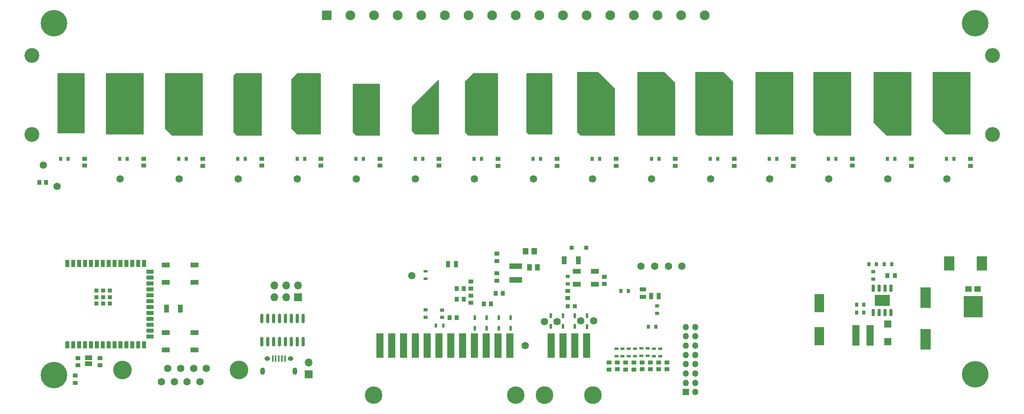
<source format=gbr>
%TF.GenerationSoftware,KiCad,Pcbnew,7.0.5*%
%TF.CreationDate,2024-10-03T13:21:03+03:00*%
%TF.ProjectId,pasive_balance_rev4,70617369-7665-45f6-9261-6c616e63655f,rev?*%
%TF.SameCoordinates,Original*%
%TF.FileFunction,Soldermask,Bot*%
%TF.FilePolarity,Negative*%
%FSLAX46Y46*%
G04 Gerber Fmt 4.6, Leading zero omitted, Abs format (unit mm)*
G04 Created by KiCad (PCBNEW 7.0.5) date 2024-10-03 13:21:03*
%MOMM*%
%LPD*%
G01*
G04 APERTURE LIST*
G04 Aperture macros list*
%AMRoundRect*
0 Rectangle with rounded corners*
0 $1 Rounding radius*
0 $2 $3 $4 $5 $6 $7 $8 $9 X,Y pos of 4 corners*
0 Add a 4 corners polygon primitive as box body*
4,1,4,$2,$3,$4,$5,$6,$7,$8,$9,$2,$3,0*
0 Add four circle primitives for the rounded corners*
1,1,$1+$1,$2,$3*
1,1,$1+$1,$4,$5*
1,1,$1+$1,$6,$7*
1,1,$1+$1,$8,$9*
0 Add four rect primitives between the rounded corners*
20,1,$1+$1,$2,$3,$4,$5,0*
20,1,$1+$1,$4,$5,$6,$7,0*
20,1,$1+$1,$6,$7,$8,$9,0*
20,1,$1+$1,$8,$9,$2,$3,0*%
G04 Aperture macros list end*
%ADD10C,3.200000*%
%ADD11C,1.600000*%
%ADD12C,5.700000*%
%ADD13R,0.800000X0.950000*%
%ADD14R,1.500000X4.500000*%
%ADD15R,1.470000X0.970000*%
%ADD16R,0.900000X0.950000*%
%ADD17R,0.950000X0.800000*%
%ADD18R,0.940000X0.540000*%
%ADD19R,0.850000X1.000000*%
%ADD20R,1.800000X1.100000*%
%ADD21R,1.820000X1.070000*%
%ADD22R,1.000000X0.850000*%
%ADD23R,0.950000X1.000000*%
%ADD24R,1.000000X0.950000*%
%ADD25R,0.500000X1.100000*%
%ADD26R,1.500000X1.000000*%
%ADD27R,1.450000X1.150000*%
%ADD28R,4.150000X4.650000*%
%ADD29R,1.350000X1.350000*%
%ADD30O,1.350000X1.350000*%
%ADD31C,3.810000*%
%ADD32R,1.650000X5.330000*%
%ADD33R,1.700000X1.700000*%
%ADD34O,1.700000X1.700000*%
%ADD35R,1.150000X1.450000*%
%ADD36R,2.700000X1.150000*%
%ADD37R,1.100000X1.750000*%
%ADD38R,0.970000X1.470000*%
%ADD39C,4.000000*%
%ADD40R,1.630000X1.530000*%
%ADD41R,2.200000X3.150000*%
%ADD42R,0.540000X0.940000*%
%ADD43R,0.900000X1.500000*%
%ADD44R,1.500000X0.900000*%
%ADD45R,0.900000X0.900000*%
%ADD46RoundRect,0.150000X0.150000X-0.650000X0.150000X0.650000X-0.150000X0.650000X-0.150000X-0.650000X0*%
%ADD47R,3.200000X2.400000*%
%ADD48R,2.100000X2.100000*%
%ADD49C,2.100000*%
%ADD50R,2.200000X4.400000*%
%ADD51R,1.050000X1.800000*%
%ADD52C,3.760000*%
%ADD53R,2.000000X4.000000*%
%ADD54R,0.400000X1.350000*%
%ADD55O,1.000000X1.550000*%
%ADD56O,1.250000X0.950000*%
%ADD57R,1.020000X1.470000*%
%ADD58RoundRect,0.150000X-0.150000X0.825000X-0.150000X-0.825000X0.150000X-0.825000X0.150000X0.825000X0*%
G04 APERTURE END LIST*
D10*
%TO.C,REF\u002A\u002A*%
X37414200Y-66000000D03*
%TD*%
D11*
%TO.C,VREF1*%
X171361007Y-111374393D03*
%TD*%
%TO.C,CHP1*%
X119164007Y-113457193D03*
%TD*%
D10*
%TO.C,REF\u002A\u002A*%
X244000000Y-66000000D03*
%TD*%
D11*
%TO.C,BAT2*%
X56372607Y-92578393D03*
%TD*%
%TO.C,BAT6*%
X107172607Y-92578393D03*
%TD*%
%TO.C,VP1*%
X177253807Y-111374393D03*
%TD*%
%TO.C,BAT7*%
X119872607Y-92578393D03*
%TD*%
D12*
%TO.C,REF\u002A\u002A*%
X42169993Y-134862393D03*
%TD*%
D11*
%TO.C,BAT3*%
X69072607Y-92578393D03*
%TD*%
%TO.C,BAT13*%
X196072607Y-92578393D03*
%TD*%
%TO.C,BAT10*%
X157972607Y-92578393D03*
%TD*%
%TO.C,BAT4*%
X81772607Y-92578393D03*
%TD*%
%TO.C,V5VA0*%
X143500600Y-128504000D03*
%TD*%
%TO.C,BAT14*%
X208772607Y-92578393D03*
%TD*%
%TO.C,BAT11*%
X170672607Y-92578393D03*
%TD*%
D12*
%TO.C,REF\u002A\u002A*%
X240289993Y-134716607D03*
%TD*%
D11*
%TO.C,COMMH+1*%
X150358600Y-123297000D03*
%TD*%
D10*
%TO.C,REF\u002A\u002A*%
X244000000Y-83000000D03*
%TD*%
D11*
%TO.C,BAT1*%
X39852600Y-89611200D03*
%TD*%
%TO.C,FAULTH+1*%
X158232600Y-123170000D03*
%TD*%
D12*
%TO.C,REF\u002A\u002A*%
X42169993Y-59050393D03*
%TD*%
D11*
%TO.C,BAT8*%
X132572607Y-92578393D03*
%TD*%
%TO.C,BAT15*%
X221472607Y-92578393D03*
%TD*%
D10*
%TO.C,REF\u002A\u002A*%
X37414200Y-83000000D03*
%TD*%
D12*
%TO.C,REF\u002A\u002A*%
X240289993Y-59050393D03*
%TD*%
D11*
%TO.C,VDIG1*%
X174332807Y-111374393D03*
%TD*%
%TO.C,BAT16*%
X234172607Y-92578393D03*
%TD*%
%TO.C,COMMH-1*%
X147691600Y-123297000D03*
%TD*%
%TO.C,BAT9*%
X145272607Y-92578393D03*
%TD*%
%TO.C,BAT5*%
X94472607Y-92578393D03*
%TD*%
%TO.C,BAT0*%
X42849800Y-94183200D03*
%TD*%
%TO.C,BAT12*%
X183372607Y-92578393D03*
%TD*%
%TO.C,OUT1*%
X168407993Y-111374393D03*
%TD*%
D13*
%TO.C,R21*%
X184896607Y-88260393D03*
X183296607Y-88260393D03*
%TD*%
D14*
%TO.C,L1*%
X217654000Y-126263400D03*
X214654000Y-126263400D03*
%TD*%
D15*
%TO.C,C49*%
X168795607Y-118020993D03*
X168795607Y-116360993D03*
%TD*%
D16*
%TO.C,LED2*%
X154171993Y-120010393D03*
X152671993Y-120010393D03*
%TD*%
D17*
%TO.C,R103*%
X218363800Y-114185600D03*
X218363800Y-112585600D03*
%TD*%
D13*
%TO.C,R12*%
X210334607Y-88260393D03*
X208734607Y-88260393D03*
%TD*%
D18*
%TO.C,C12*%
X171180394Y-130741607D03*
X171180394Y-129141607D03*
%TD*%
%TO.C,C54*%
X122085007Y-112466794D03*
X122085007Y-114066794D03*
%TD*%
D19*
%TO.C,R35*%
X136144607Y-119553193D03*
X134644607Y-119553193D03*
%TD*%
D13*
%TO.C,R30*%
X235734607Y-88260393D03*
X234134607Y-88260393D03*
%TD*%
D20*
%TO.C,S2*%
X72416600Y-111180000D03*
X66216600Y-111180000D03*
X72416600Y-114880000D03*
X66216600Y-114880000D03*
%TD*%
D13*
%TO.C,R58*%
X146796607Y-88260393D03*
X145196607Y-88260393D03*
%TD*%
%TO.C,R5*%
X164109407Y-116759193D03*
X165709407Y-116759193D03*
%TD*%
D11*
%TO.C,FAULTH-1*%
X155438600Y-123170000D03*
%TD*%
D21*
%TO.C,C10*%
X158501993Y-115294393D03*
X158501993Y-112534393D03*
%TD*%
D13*
%TO.C,R102*%
X219036800Y-110998000D03*
X217436800Y-110998000D03*
%TD*%
D22*
%TO.C,R11*%
X213852607Y-89760393D03*
X213852607Y-88260393D03*
%TD*%
D23*
%TO.C,C9*%
X138727993Y-117216393D03*
X137127993Y-117216393D03*
%TD*%
D24*
%TO.C,C53*%
X137452007Y-112898594D03*
X137452007Y-114498594D03*
%TD*%
D22*
%TO.C,R106*%
X52044600Y-131228400D03*
X52044600Y-132728400D03*
%TD*%
D19*
%TO.C,R1*%
X128802607Y-116251193D03*
X130302607Y-116251193D03*
%TD*%
D17*
%TO.C,R39*%
X171919807Y-121546993D03*
X171919807Y-119946993D03*
%TD*%
D25*
%TO.C,D11*%
X135184793Y-124774193D03*
X135184793Y-122474193D03*
%TD*%
D26*
%TO.C,JP1*%
X49580800Y-131125200D03*
X49580800Y-132425200D03*
%TD*%
D13*
%TO.C,R24*%
X172272606Y-88260393D03*
X170672606Y-88260393D03*
%TD*%
D18*
%TO.C,C15*%
X168489594Y-130728807D03*
X168489594Y-129128807D03*
%TD*%
D27*
%TO.C,D19*%
X240837200Y-116325200D03*
X238867200Y-116325200D03*
D28*
X239852200Y-120075200D03*
%TD*%
D13*
%TO.C,R15*%
X223034607Y-88260393D03*
X221434607Y-88260393D03*
%TD*%
D22*
%TO.C,R33*%
X131838607Y-116239193D03*
X131838607Y-114739193D03*
%TD*%
%TO.C,R87*%
X172223394Y-132108607D03*
X172223394Y-133608607D03*
%TD*%
D13*
%TO.C,R101*%
X222351600Y-110998000D03*
X220751600Y-110998000D03*
%TD*%
D22*
%TO.C,R66*%
X112252607Y-89760393D03*
X112252607Y-88260393D03*
%TD*%
D29*
%TO.C,J1*%
X178076600Y-138504000D03*
D30*
X180076600Y-138504000D03*
X178076600Y-136504000D03*
X180076600Y-136504000D03*
X178076600Y-134504000D03*
X180076600Y-134504000D03*
X178076600Y-132504000D03*
X180076600Y-132504000D03*
X178076600Y-130504000D03*
X180076600Y-130504000D03*
X178076600Y-128504000D03*
X180076600Y-128504000D03*
X178076600Y-126504000D03*
X180076600Y-126504000D03*
X178076600Y-124504000D03*
X180076600Y-124504000D03*
%TD*%
D19*
%TO.C,R51*%
X128778607Y-122448793D03*
X127278607Y-122448793D03*
%TD*%
D24*
%TO.C,C52*%
X137452007Y-108720193D03*
X137452007Y-110320193D03*
%TD*%
D22*
%TO.C,R85*%
X174001394Y-132108607D03*
X174001394Y-133608607D03*
%TD*%
%TO.C,R98*%
X161555394Y-132136407D03*
X161555394Y-133636407D03*
%TD*%
%TO.C,R97*%
X165111393Y-132124408D03*
X165111393Y-133624408D03*
%TD*%
D31*
%TO.C,J6*%
X158088893Y-139201393D03*
X147668893Y-139201393D03*
D32*
X149068893Y-128512393D03*
X151608893Y-128512393D03*
X154148893Y-128512393D03*
X156688893Y-128512393D03*
%TD*%
D18*
%TO.C,C13*%
X169835794Y-130728807D03*
X169835794Y-129128807D03*
%TD*%
D22*
%TO.C,R91*%
X168667394Y-132112407D03*
X168667394Y-133612407D03*
%TD*%
D33*
%TO.C,J3*%
X94640400Y-118084600D03*
D34*
X94640400Y-115544600D03*
X92100400Y-118084600D03*
X92100400Y-115544600D03*
X89560400Y-118084600D03*
X89560400Y-115544600D03*
%TD*%
D25*
%TO.C,D2*%
X140417193Y-124755793D03*
X140417193Y-122455793D03*
%TD*%
D35*
%TO.C,C4*%
X143638607Y-108192393D03*
X145438607Y-108192393D03*
%TD*%
D22*
%TO.C,R17*%
X201152607Y-89784393D03*
X201152607Y-88284393D03*
%TD*%
D25*
%TO.C,D13*%
X149053193Y-124374793D03*
X149053193Y-122074793D03*
%TD*%
D22*
%TO.C,R107*%
X47345600Y-131228400D03*
X47345600Y-132728400D03*
%TD*%
%TO.C,R75*%
X74152607Y-89772393D03*
X74152607Y-88272393D03*
%TD*%
%TO.C,R63*%
X124952607Y-89760393D03*
X124952607Y-88260393D03*
%TD*%
D25*
%TO.C,D16*%
X156800193Y-124393193D03*
X156800193Y-122093193D03*
%TD*%
D21*
%TO.C,C14*%
X154571607Y-115294393D03*
X154571607Y-112534393D03*
%TD*%
D22*
%TO.C,R23*%
X175752607Y-89784393D03*
X175752607Y-88284393D03*
%TD*%
D25*
%TO.C,D12*%
X132670193Y-124762793D03*
X132670193Y-122462793D03*
%TD*%
D36*
%TO.C,C7*%
X141462607Y-114398393D03*
X141462607Y-111398393D03*
%TD*%
D25*
%TO.C,D15*%
X154158593Y-124367793D03*
X154158593Y-122067793D03*
%TD*%
D24*
%TO.C,C30*%
X46761400Y-136512200D03*
X46761400Y-134912200D03*
%TD*%
D25*
%TO.C,D14*%
X151618593Y-124374793D03*
X151618593Y-122074793D03*
%TD*%
D22*
%TO.C,R4*%
X160533993Y-113684393D03*
X160533993Y-115184393D03*
%TD*%
D37*
%TO.C,LED4*%
X69343400Y-120573800D03*
X66343400Y-120573800D03*
%TD*%
D38*
%TO.C,C51*%
X126952806Y-110942593D03*
X128612806Y-110942593D03*
%TD*%
D22*
%TO.C,R72*%
X86852607Y-89760393D03*
X86852607Y-88260393D03*
%TD*%
%TO.C,R69*%
X99552607Y-89760393D03*
X99552607Y-88260393D03*
%TD*%
D39*
%TO.C,J2*%
X81928800Y-133731000D03*
X56928800Y-133731000D03*
D11*
X66658800Y-133431000D03*
X69428800Y-133431000D03*
X72198800Y-133431000D03*
X74968800Y-133431000D03*
X65273800Y-136271000D03*
X68043800Y-136271000D03*
X70813800Y-136271000D03*
X73583800Y-136271000D03*
%TD*%
D13*
%TO.C,R76*%
X70634607Y-88260393D03*
X69034607Y-88260393D03*
%TD*%
D22*
%TO.C,R32*%
X131838607Y-117787193D03*
X131838607Y-119287193D03*
%TD*%
D40*
%TO.C,D17*%
X221462600Y-123880800D03*
X221462600Y-127680800D03*
%TD*%
D13*
%TO.C,R61*%
X134134607Y-88260393D03*
X132534607Y-88260393D03*
%TD*%
%TO.C,R79*%
X57896607Y-88260393D03*
X56296607Y-88260393D03*
%TD*%
D41*
%TO.C,D18*%
X241726600Y-110769400D03*
X234726600Y-110769400D03*
%TD*%
D13*
%TO.C,R104*%
X214769800Y-121386600D03*
X216369800Y-121386600D03*
%TD*%
D17*
%TO.C,R8*%
X152659993Y-115222393D03*
X152659993Y-113622393D03*
%TD*%
%TO.C,R52*%
X125615607Y-122435993D03*
X125615607Y-120835993D03*
%TD*%
D42*
%TO.C,C47*%
X125882207Y-124150593D03*
X124282207Y-124150593D03*
%TD*%
D18*
%TO.C,C21*%
X165797194Y-130766807D03*
X165797194Y-129166807D03*
%TD*%
D19*
%TO.C,R83*%
X40501000Y-93345000D03*
X39001000Y-93345000D03*
%TD*%
D13*
%TO.C,R82*%
X45196607Y-88260393D03*
X43596607Y-88260393D03*
%TD*%
%TO.C,R18*%
X197596608Y-88260393D03*
X195996608Y-88260393D03*
%TD*%
D18*
%TO.C,C8*%
X172551994Y-130754207D03*
X172551994Y-129154207D03*
%TD*%
D13*
%TO.C,R73*%
X83296607Y-88260393D03*
X81696607Y-88260393D03*
%TD*%
D43*
%TO.C,IC6*%
X45034200Y-110794800D03*
X46304200Y-110794800D03*
X47574200Y-110794800D03*
X48844200Y-110794800D03*
X50114200Y-110794800D03*
X51384200Y-110794800D03*
X52654200Y-110794800D03*
X53924200Y-110794800D03*
X55194200Y-110794800D03*
X56464200Y-110794800D03*
X57734200Y-110794800D03*
X59004200Y-110794800D03*
X60274200Y-110794800D03*
X61544200Y-110794800D03*
D44*
X62794200Y-112559800D03*
X62794200Y-113829800D03*
X62794200Y-115099800D03*
X62794200Y-116369800D03*
X62794200Y-117639800D03*
X62794200Y-118909800D03*
X62794200Y-120179800D03*
X62794200Y-121449800D03*
X62794200Y-122719800D03*
X62794200Y-123989800D03*
X62794200Y-125259800D03*
X62794200Y-126529800D03*
D43*
X61544200Y-128294800D03*
X60274200Y-128294800D03*
X59004200Y-128294800D03*
X57734200Y-128294800D03*
X56464200Y-128294800D03*
X55194200Y-128294800D03*
X53924200Y-128294800D03*
X52654200Y-128294800D03*
X51384200Y-128294800D03*
X50114200Y-128294800D03*
X48844200Y-128294800D03*
X47574200Y-128294800D03*
X46304200Y-128294800D03*
X45034200Y-128294800D03*
D45*
X52754200Y-118044800D03*
X51354200Y-118044800D03*
X51354200Y-116644800D03*
X52754200Y-116644800D03*
X54154200Y-116644800D03*
X54154200Y-118044800D03*
X54154200Y-119444800D03*
X52754200Y-119444800D03*
X51354200Y-119444800D03*
%TD*%
D22*
%TO.C,R60*%
X137652607Y-89772393D03*
X137652607Y-88272393D03*
%TD*%
%TO.C,R31*%
X163052607Y-89772393D03*
X163052607Y-88272393D03*
%TD*%
%TO.C,R81*%
X48752607Y-89760393D03*
X48752607Y-88260393D03*
%TD*%
D46*
%TO.C,U4*%
X222170000Y-121405200D03*
X220900000Y-121405200D03*
X219630000Y-121405200D03*
X218360000Y-121405200D03*
X218360000Y-116105200D03*
X219630000Y-116105200D03*
X220900000Y-116105200D03*
X222170000Y-116105200D03*
D47*
X220265000Y-118755200D03*
%TD*%
D38*
%TO.C,C20*%
X172241807Y-117800593D03*
X170581807Y-117800593D03*
%TD*%
D48*
%TO.C,J8*%
X100822607Y-57404000D03*
D49*
X105902607Y-57404000D03*
X110982607Y-57404000D03*
X116062607Y-57404000D03*
X121142607Y-57404000D03*
X126222607Y-57404000D03*
X131302607Y-57404000D03*
X136382607Y-57404000D03*
X141462607Y-57404000D03*
X146542607Y-57404000D03*
X151622607Y-57404000D03*
X156702607Y-57404000D03*
X161782607Y-57404000D03*
X166862607Y-57404000D03*
X171942607Y-57404000D03*
X177022607Y-57404000D03*
X182102607Y-57404000D03*
%TD*%
D22*
%TO.C,R89*%
X170445395Y-132108607D03*
X170445395Y-133608607D03*
%TD*%
D18*
%TO.C,C22*%
X163130193Y-130754207D03*
X163130193Y-129154207D03*
%TD*%
D50*
%TO.C,C23*%
X229616000Y-118201600D03*
X229616000Y-127101600D03*
%TD*%
D22*
%TO.C,R14*%
X226552607Y-89784393D03*
X226552607Y-88284393D03*
%TD*%
D51*
%TO.C,R2*%
X154921993Y-110104393D03*
X151921993Y-110104393D03*
%TD*%
D22*
%TO.C,R93*%
X166889393Y-132124408D03*
X166889393Y-133624408D03*
%TD*%
D17*
%TO.C,R38*%
X122110407Y-120759793D03*
X122110407Y-122359793D03*
%TD*%
D13*
%TO.C,R55*%
X159496607Y-88260393D03*
X157896607Y-88260393D03*
%TD*%
%TO.C,R64*%
X121472607Y-88260393D03*
X119872607Y-88260393D03*
%TD*%
D22*
%TO.C,R26*%
X239252607Y-89772393D03*
X239252607Y-88272393D03*
%TD*%
D13*
%TO.C,R67*%
X108734607Y-88260393D03*
X107134607Y-88260393D03*
%TD*%
D52*
%TO.C,J5*%
X110930793Y-139147193D03*
X141509393Y-139175993D03*
D32*
X140239393Y-128507993D03*
X137699393Y-128507993D03*
X135159393Y-128507993D03*
X132619393Y-128507993D03*
X130079393Y-128507993D03*
X127539393Y-128507993D03*
X124999393Y-128507993D03*
X122459393Y-128507993D03*
X119919393Y-128507993D03*
X117379393Y-128507993D03*
X114839393Y-128507993D03*
X112299393Y-128507993D03*
%TD*%
D20*
%TO.C,S3*%
X66217800Y-129430000D03*
X72417800Y-129430000D03*
X66217800Y-125730000D03*
X72417800Y-125730000D03*
%TD*%
D53*
%TO.C,C27*%
X206756000Y-126460600D03*
X206756000Y-119360600D03*
%TD*%
D22*
%TO.C,R78*%
X61452607Y-89760393D03*
X61452607Y-88260393D03*
%TD*%
%TO.C,R94*%
X163333394Y-132112407D03*
X163333394Y-133612407D03*
%TD*%
D23*
%TO.C,C26*%
X221412000Y-113436400D03*
X223012000Y-113436400D03*
%TD*%
D19*
%TO.C,R6*%
X128802607Y-118527193D03*
X130302607Y-118527193D03*
%TD*%
D16*
%TO.C,D4*%
X156647993Y-107437393D03*
X153497993Y-107437393D03*
%TD*%
D13*
%TO.C,R40*%
X171627607Y-124455393D03*
X170027607Y-124455393D03*
%TD*%
D54*
%TO.C,J9*%
X91825600Y-131279800D03*
X91175600Y-131279800D03*
X90525600Y-131279800D03*
X89875600Y-131279800D03*
X89225600Y-131279800D03*
D55*
X94025600Y-133979800D03*
D56*
X93025600Y-131279800D03*
X88025600Y-131279800D03*
D55*
X87025600Y-133979800D03*
%TD*%
D57*
%TO.C,C5*%
X146103993Y-111628393D03*
X144483993Y-111628393D03*
%TD*%
D22*
%TO.C,R20*%
X188452607Y-89784393D03*
X188452607Y-88284393D03*
%TD*%
D25*
%TO.C,D10*%
X137800993Y-124755793D03*
X137800993Y-122455793D03*
%TD*%
D18*
%TO.C,C18*%
X167143393Y-130754207D03*
X167143393Y-129154207D03*
%TD*%
D13*
%TO.C,R105*%
X216369800Y-119710200D03*
X214769800Y-119710200D03*
%TD*%
D18*
%TO.C,C19*%
X164450994Y-130754207D03*
X164450994Y-129154207D03*
%TD*%
D13*
%TO.C,R70*%
X96072606Y-88260393D03*
X94472606Y-88260393D03*
%TD*%
D22*
%TO.C,R57*%
X150352607Y-89784393D03*
X150352607Y-88284393D03*
%TD*%
D58*
%TO.C,U3*%
X86842600Y-122659600D03*
X88112600Y-122659600D03*
X89382600Y-122659600D03*
X90652600Y-122659600D03*
X91922600Y-122659600D03*
X93192600Y-122659600D03*
X94462600Y-122659600D03*
X95732600Y-122659600D03*
X95732600Y-127609600D03*
X94462600Y-127609600D03*
X93192600Y-127609600D03*
X91922600Y-127609600D03*
X90652600Y-127609600D03*
X89382600Y-127609600D03*
X88112600Y-127609600D03*
X86842600Y-127609600D03*
%TD*%
D22*
%TO.C,R9*%
X152659993Y-116720393D03*
X152659993Y-118220393D03*
%TD*%
D33*
%TO.C,J10*%
X96977200Y-134650400D03*
D34*
X96977200Y-132110400D03*
%TD*%
G36*
X213557039Y-69615685D02*
G01*
X213602794Y-69668489D01*
X213614000Y-69720000D01*
X213614000Y-83188000D01*
X213594315Y-83255039D01*
X213541511Y-83300794D01*
X213490000Y-83312000D01*
X206299362Y-83312000D01*
X206232323Y-83292315D01*
X206211681Y-83275681D01*
X205522319Y-82586319D01*
X205488834Y-82524996D01*
X205486000Y-82498638D01*
X205486000Y-69720000D01*
X205505685Y-69652961D01*
X205558489Y-69607206D01*
X205610000Y-69596000D01*
X213490000Y-69596000D01*
X213557039Y-69615685D01*
G37*
G36*
X48711039Y-69869685D02*
G01*
X48756794Y-69922489D01*
X48768000Y-69974000D01*
X48768000Y-82680000D01*
X48748315Y-82747039D01*
X48695511Y-82792794D01*
X48644000Y-82804000D01*
X43050000Y-82804000D01*
X42982961Y-82784315D01*
X42937206Y-82731511D01*
X42926000Y-82680000D01*
X42926000Y-69974000D01*
X42945685Y-69906961D01*
X42998489Y-69861206D01*
X43050000Y-69850000D01*
X48644000Y-69850000D01*
X48711039Y-69869685D01*
G37*
G36*
X124887334Y-71303180D02*
G01*
X124943267Y-71345052D01*
X124967684Y-71410516D01*
X124968000Y-71419362D01*
X124968000Y-82934000D01*
X124948315Y-83001039D01*
X124895511Y-83046794D01*
X124844000Y-83058000D01*
X119939362Y-83058000D01*
X119872323Y-83038315D01*
X119851681Y-83021681D01*
X119162319Y-82332319D01*
X119128834Y-82270996D01*
X119126000Y-82244638D01*
X119126000Y-77013362D01*
X119145685Y-76946323D01*
X119162319Y-76925681D01*
X124756319Y-71331681D01*
X124817642Y-71298196D01*
X124887334Y-71303180D01*
G37*
G36*
X99511039Y-69869685D02*
G01*
X99556794Y-69922489D01*
X99568000Y-69974000D01*
X99568000Y-82934000D01*
X99548315Y-83001039D01*
X99495511Y-83046794D01*
X99444000Y-83058000D01*
X94539362Y-83058000D01*
X94472323Y-83038315D01*
X94451681Y-83021681D01*
X93254319Y-81824319D01*
X93220834Y-81762996D01*
X93218000Y-81736638D01*
X93218000Y-71171362D01*
X93237685Y-71104323D01*
X93254319Y-71083681D01*
X94451681Y-69886319D01*
X94513004Y-69852834D01*
X94539362Y-69850000D01*
X99444000Y-69850000D01*
X99511039Y-69869685D01*
G37*
G36*
X86811039Y-69869685D02*
G01*
X86856794Y-69922489D01*
X86868000Y-69974000D01*
X86868000Y-83188000D01*
X86848315Y-83255039D01*
X86795511Y-83300794D01*
X86744000Y-83312000D01*
X81585362Y-83312000D01*
X81518323Y-83292315D01*
X81497681Y-83275681D01*
X80808319Y-82586319D01*
X80774834Y-82524996D01*
X80772000Y-82498638D01*
X80772000Y-70409361D01*
X80791685Y-70342322D01*
X80808319Y-70321680D01*
X81243681Y-69886319D01*
X81305004Y-69852834D01*
X81331362Y-69850000D01*
X86744000Y-69850000D01*
X86811039Y-69869685D01*
G37*
G36*
X74111039Y-69869685D02*
G01*
X74156794Y-69922489D01*
X74168000Y-69974000D01*
X74168000Y-83188000D01*
X74148315Y-83255039D01*
X74095511Y-83300794D01*
X74044000Y-83312000D01*
X67615362Y-83312000D01*
X67548323Y-83292315D01*
X67527681Y-83275681D01*
X66076319Y-81824319D01*
X66042834Y-81762996D01*
X66040000Y-81736638D01*
X66040000Y-69974000D01*
X66059685Y-69906961D01*
X66112489Y-69861206D01*
X66164000Y-69850000D01*
X74044000Y-69850000D01*
X74111039Y-69869685D01*
G37*
G36*
X239211039Y-69615685D02*
G01*
X239256794Y-69668489D01*
X239268000Y-69720000D01*
X239268000Y-82934000D01*
X239248315Y-83001039D01*
X239195511Y-83046794D01*
X239144000Y-83058000D01*
X233985362Y-83058000D01*
X233918323Y-83038315D01*
X233897681Y-83021681D01*
X231176319Y-80300319D01*
X231142834Y-80238996D01*
X231140000Y-80212638D01*
X231140000Y-69720000D01*
X231159685Y-69652961D01*
X231212489Y-69607206D01*
X231264000Y-69596000D01*
X239144000Y-69596000D01*
X239211039Y-69615685D01*
G37*
G36*
X173497677Y-69615685D02*
G01*
X173518319Y-69632319D01*
X175731681Y-71845681D01*
X175765166Y-71907004D01*
X175768000Y-71933362D01*
X175768000Y-83188000D01*
X175748315Y-83255039D01*
X175695511Y-83300794D01*
X175644000Y-83312000D01*
X167945362Y-83312000D01*
X167878323Y-83292315D01*
X167857681Y-83275681D01*
X167676319Y-83094319D01*
X167642834Y-83032996D01*
X167640000Y-83006638D01*
X167640000Y-69720000D01*
X167659685Y-69652961D01*
X167712489Y-69607206D01*
X167764000Y-69596000D01*
X173430638Y-69596000D01*
X173497677Y-69615685D01*
G37*
G36*
X226511039Y-69615685D02*
G01*
X226556794Y-69668489D01*
X226568000Y-69720000D01*
X226568000Y-83188000D01*
X226548315Y-83255039D01*
X226495511Y-83300794D01*
X226444000Y-83312000D01*
X221285362Y-83312000D01*
X221218323Y-83292315D01*
X221197681Y-83275681D01*
X218476319Y-80554319D01*
X218442834Y-80492996D01*
X218440000Y-80466638D01*
X218440000Y-69720000D01*
X218459685Y-69652961D01*
X218512489Y-69607206D01*
X218564000Y-69596000D01*
X226444000Y-69596000D01*
X226511039Y-69615685D01*
G37*
G36*
X112211039Y-72155685D02*
G01*
X112256794Y-72208489D01*
X112268000Y-72260000D01*
X112268000Y-83188000D01*
X112248315Y-83255039D01*
X112195511Y-83300794D01*
X112144000Y-83312000D01*
X107239362Y-83312000D01*
X107172323Y-83292315D01*
X107151681Y-83275681D01*
X106462319Y-82586319D01*
X106428834Y-82524996D01*
X106426000Y-82498638D01*
X106426000Y-72260000D01*
X106445685Y-72192961D01*
X106498489Y-72147206D01*
X106550000Y-72136000D01*
X112144000Y-72136000D01*
X112211039Y-72155685D01*
G37*
G36*
X159273677Y-69615685D02*
G01*
X159294319Y-69632319D01*
X162777681Y-73115681D01*
X162811166Y-73177004D01*
X162814000Y-73203362D01*
X162814000Y-83188000D01*
X162794315Y-83255039D01*
X162741511Y-83300794D01*
X162690000Y-83312000D01*
X155499362Y-83312000D01*
X155432323Y-83292315D01*
X155411681Y-83275681D01*
X154722319Y-82586318D01*
X154688834Y-82524995D01*
X154686000Y-82498637D01*
X154686000Y-69720000D01*
X154705685Y-69652961D01*
X154758489Y-69607206D01*
X154810000Y-69596000D01*
X159206638Y-69596000D01*
X159273677Y-69615685D01*
G37*
G36*
X137611039Y-69869685D02*
G01*
X137656794Y-69922489D01*
X137668000Y-69974000D01*
X137668000Y-83188000D01*
X137648315Y-83255039D01*
X137595511Y-83300794D01*
X137544000Y-83312000D01*
X131369362Y-83312000D01*
X131302323Y-83292315D01*
X131281681Y-83275681D01*
X130592319Y-82586318D01*
X130558834Y-82524995D01*
X130556000Y-82498637D01*
X130555999Y-71679362D01*
X130575684Y-71612323D01*
X130592318Y-71591681D01*
X132297681Y-69886319D01*
X132359004Y-69852834D01*
X132385362Y-69850000D01*
X137544000Y-69850000D01*
X137611039Y-69869685D01*
G37*
G36*
X186197677Y-69615685D02*
G01*
X186218319Y-69632319D01*
X188177681Y-71591681D01*
X188211166Y-71653004D01*
X188214000Y-71679362D01*
X188214000Y-83188000D01*
X188194315Y-83255039D01*
X188141511Y-83300794D01*
X188090000Y-83312000D01*
X180645362Y-83312000D01*
X180578323Y-83292315D01*
X180557681Y-83275681D01*
X180122319Y-82840319D01*
X180088834Y-82778996D01*
X180086000Y-82752638D01*
X180086000Y-69720000D01*
X180105685Y-69652961D01*
X180158489Y-69607206D01*
X180210000Y-69596000D01*
X186130638Y-69596000D01*
X186197677Y-69615685D01*
G37*
G36*
X61411039Y-69869685D02*
G01*
X61456794Y-69922489D01*
X61468000Y-69974000D01*
X61468000Y-82934000D01*
X61448315Y-83001039D01*
X61395511Y-83046794D01*
X61344000Y-83058000D01*
X53464000Y-83058000D01*
X53396961Y-83038315D01*
X53351206Y-82985511D01*
X53340000Y-82934000D01*
X53340000Y-69974000D01*
X53359685Y-69906961D01*
X53412489Y-69861206D01*
X53464000Y-69850000D01*
X61344000Y-69850000D01*
X61411039Y-69869685D01*
G37*
G36*
X201111039Y-69615685D02*
G01*
X201156794Y-69668489D01*
X201168000Y-69720000D01*
X201168000Y-82934000D01*
X201148315Y-83001039D01*
X201095511Y-83046794D01*
X201044000Y-83058000D01*
X193345362Y-83058000D01*
X193278323Y-83038315D01*
X193257681Y-83021681D01*
X193076319Y-82840319D01*
X193042834Y-82778996D01*
X193040000Y-82752638D01*
X193040000Y-69720000D01*
X193059685Y-69652961D01*
X193112489Y-69607206D01*
X193164000Y-69596000D01*
X201044000Y-69596000D01*
X201111039Y-69615685D01*
G37*
G36*
X149295039Y-69869685D02*
G01*
X149340794Y-69922489D01*
X149352000Y-69974000D01*
X149352000Y-82934000D01*
X149332315Y-83001039D01*
X149279511Y-83046794D01*
X149228000Y-83058000D01*
X144323362Y-83058000D01*
X144256323Y-83038315D01*
X144235681Y-83021681D01*
X143800319Y-82586319D01*
X143766834Y-82524996D01*
X143764000Y-82498638D01*
X143764000Y-69974000D01*
X143783685Y-69906961D01*
X143836489Y-69861206D01*
X143888000Y-69850000D01*
X149228000Y-69850000D01*
X149295039Y-69869685D01*
G37*
M02*

</source>
